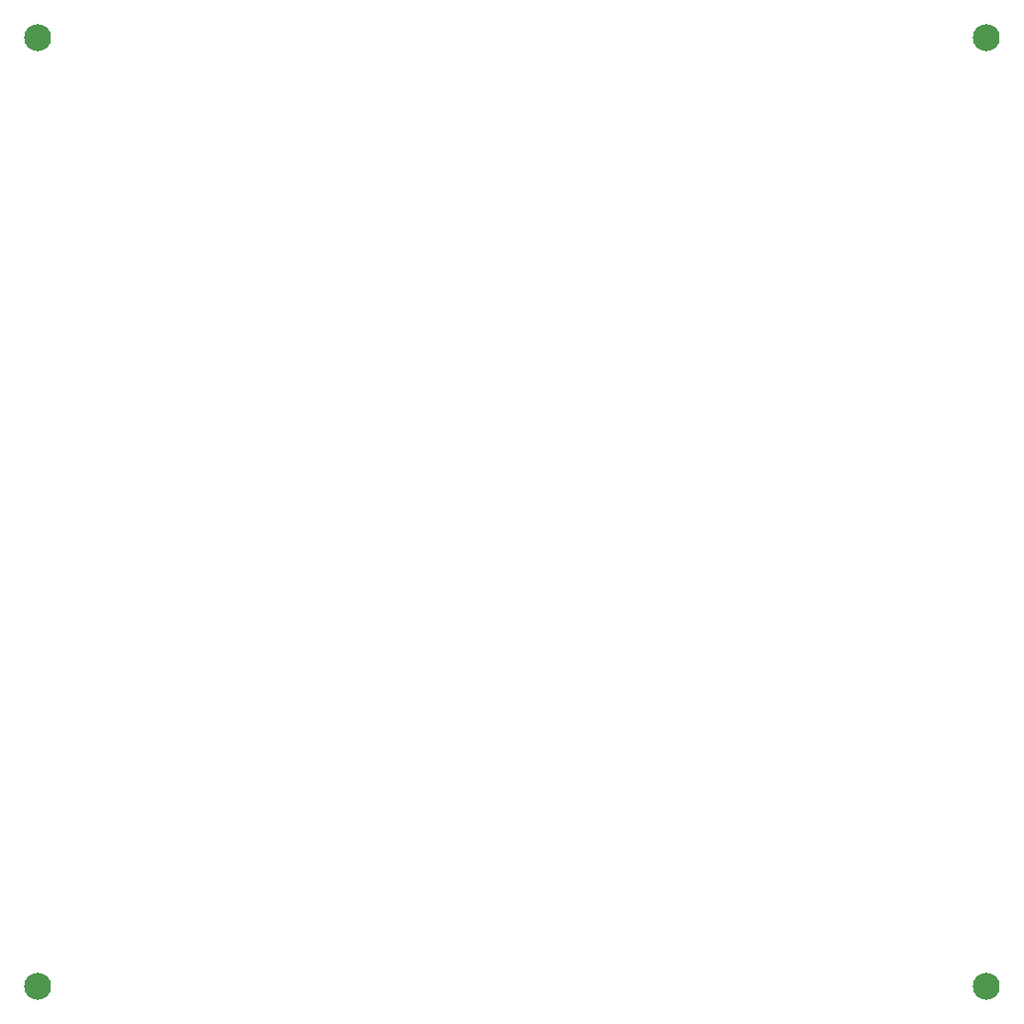
<source format=gbr>
%TF.GenerationSoftware,Altium Limited,Altium Designer,20.1.12 (249)*%
G04 Layer_Color=8388736*
%FSLAX26Y26*%
%MOIN*%
%TF.SameCoordinates,9A69000A-E238-45F2-933B-10B012A913B3*%
%TF.FilePolarity,Negative*%
%TF.FileFunction,Soldermask,Top*%
%TF.Part,Single*%
G01*
G75*
%TA.AperFunction,ViaPad*%
%ADD11C,0.090677*%
D11*
X176969Y3366218D02*
D03*
Y177242D02*
D03*
X3365945Y3366218D02*
D03*
Y177242D02*
D03*
%TF.MD5,4417f0edd160e8c0bcfd18e9f0709cc1*%
M02*

</source>
